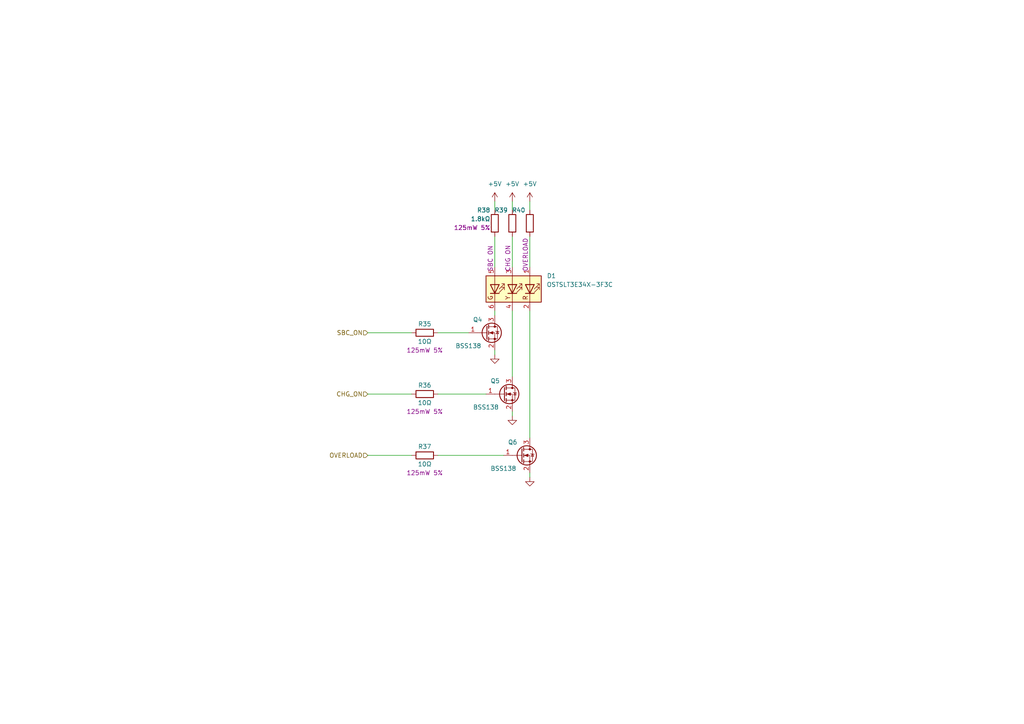
<source format=kicad_sch>
(kicad_sch (version 20231120) (generator "eeschema") (generator_version "8.0")
  (paper "A4")
  (lib_symbols
    (symbol "Device:R" (pin_numbers hide) (pin_names (offset 0))
      (property "Reference" "R" (at 2.032 0 90))
      (property "Value" "R" (at 0 0 90))
      (symbol "R_0_1"
        (rectangle (start -1.016 -2.54) (end 1.016 2.54) (stroke (width 0.254)))
      )
      (symbol "R_1_1"
        (pin passive line (at 0 3.81 270) (length 1.27) (name "~") (number "1"))
        (pin passive line (at 0 -3.81 90) (length 1.27) (name "~") (number "2"))
      )
    )
    (symbol "Transistor_FET:BSS138" (pin_names hide)
      (property "Reference" "Q" (at 5.08 1.905 0))
      (property "Value" "BSS138" (at 5.08 0 0))
      (symbol "BSS138_0_1"
        (polyline (pts (xy 0.254 0) (xy -2.54 0)))
        (polyline (pts (xy 0.254 1.905) (xy 0.254 -1.905)) (stroke (width 0.254)))
        (polyline (pts (xy 0.762 -1.27) (xy 0.762 -2.286)) (stroke (width 0.254)))
        (polyline (pts (xy 0.762 0.508) (xy 0.762 -0.508)) (stroke (width 0.254)))
        (polyline (pts (xy 0.762 2.286) (xy 0.762 1.27)) (stroke (width 0.254)))
        (polyline (pts (xy 2.54 2.54) (xy 2.54 1.778)))
        (polyline (pts (xy 2.54 -2.54) (xy 2.54 0) (xy 0.762 0)))
        (polyline (pts (xy 0.762 -1.778) (xy 3.302 -1.778) (xy 3.302 1.778) (xy 0.762 1.778)))
        (polyline (pts (xy 1.016 0) (xy 2.032 0.381) (xy 2.032 -0.381) (xy 1.016 0)) (fill (type outline)))
        (polyline (pts (xy 2.794 0.508) (xy 2.921 0.381) (xy 3.683 0.381) (xy 3.81 0.254)))
        (polyline (pts (xy 3.302 0.381) (xy 2.921 -0.254) (xy 3.683 -0.254) (xy 3.302 0.381)))
        (circle (center 1.651 0) (radius 2.794) (stroke (width 0.254)))
        (circle (center 2.54 -1.778) (radius 0.254) (fill (type outline)))
        (circle (center 2.54 1.778) (radius 0.254) (fill (type outline)))
      )
      (symbol "BSS138_1_1"
        (pin input line (at -5.08 0 0) (length 2.54) (name "G") (number "1"))
        (pin passive line (at 2.54 -5.08 90) (length 2.54) (name "S") (number "2"))
        (pin passive line (at 2.54 5.08 270) (length 2.54) (name "D") (number "3"))
      )
    )
    (symbol "extra:LED_RYG" (pin_names (offset 0) hide)
      (property "Reference" "D" (at 1.27 9.398 0))
      (property "Value" "LED_RYG" (at 1.27 -8.89 0))
      (property "Purpose LED1" "LED1" (at 7.62 6.35 0))
      (property "Purpose LED2" "LED2" (at 7.62 1.27 0))
      (property "Purpose LED3" "LED3" (at 7.62 -3.81 0))
      (symbol "LED_RYG_0_1"
        (rectangle (start -2.54 8.382) (end 5.08 -7.62) (stroke (width 0.254)) (fill (type background)))
        (polyline (pts (xy 0 -5.08) (xy -2.54 -5.08)))
        (polyline (pts (xy 0 -5.08) (xy 2.54 -5.08)))
        (polyline (pts (xy 0 -3.81) (xy 0 -6.35)) (stroke (width 0.254)))
        (polyline (pts (xy 0 0) (xy -2.54 0)))
        (polyline (pts (xy 0 1.27) (xy 0 -1.27)) (stroke (width 0.254)))
        (polyline (pts (xy 0 5.08) (xy -2.54 5.08)))
        (polyline (pts (xy 0 5.08) (xy 2.54 5.08)))
        (polyline (pts (xy 0 6.35) (xy 0 3.81)) (stroke (width 0.254)))
        (polyline (pts (xy 2.54 -5.08) (xy 5.08 -5.08)))
        (polyline (pts (xy 2.54 0) (xy 0 0)))
        (polyline (pts (xy 2.54 0) (xy 5.08 0)))
        (polyline (pts (xy 2.54 5.08) (xy 5.08 5.08)))
        (polyline (pts (xy 2.54 -3.81) (xy 2.54 -6.35) (xy 0 -5.08) (xy 2.54 -3.81)) (stroke (width 0.254)))
        (polyline (pts (xy 2.54 1.27) (xy 2.54 -1.27) (xy 0 0) (xy 2.54 1.27)) (stroke (width 0.254)))
        (polyline (pts (xy 2.54 6.35) (xy 2.54 3.81) (xy 0 5.08) (xy 2.54 6.35)) (stroke (width 0.254)))
        (polyline (pts (xy 0.254 -3.81) (xy 1.778 -2.286) (xy 1.016 -2.286) (xy 1.778 -2.286) (xy 1.778 -3.048)))
        (polyline (pts (xy 0.254 1.27) (xy 1.778 2.794) (xy 1.016 2.794) (xy 1.778 2.794) (xy 1.778 2.032)))
        (polyline (pts (xy 0.254 6.35) (xy 1.778 7.874) (xy 1.016 7.874) (xy 1.778 7.874) (xy 1.778 7.112)))
        (polyline (pts (xy 1.27 -3.81) (xy 2.794 -2.286) (xy 2.032 -2.286) (xy 2.794 -2.286) (xy 2.794 -3.048)))
        (polyline (pts (xy 1.27 1.27) (xy 2.794 2.794) (xy 2.032 2.794) (xy 2.794 2.794) (xy 2.794 2.032)))
        (polyline (pts (xy 1.27 6.35) (xy 2.794 7.874) (xy 2.032 7.874) (xy 2.794 7.874) (xy 2.794 7.112)))
        (rectangle (start 2.54 -1.27) (end 2.54 1.27))
        (rectangle (start 2.54 1.27) (end 2.54 1.27))
        (rectangle (start 2.54 3.81) (end 2.54 6.35))
        (rectangle (start 2.54 6.35) (end 2.54 6.35))
      )
      (symbol "LED_RYG_1_0"
        (text "G" (at -1.27 -6.35 0) (effects (font (size 1.27 1.27))))
        (text "R" (at -1.27 3.81 0) (effects (font (size 1.27 1.27))))
        (text "Y" (at -1.27 -1.27 0) (effects (font (size 1.27 1.27))))
      )
      (symbol "LED_RYG_1_1"
        (pin passive line (at 7.62 5.08 180) (length 2.54) (name "RA") (number "1"))
        (pin passive line (at -5.08 5.08 0) (length 2.54) (name "RK") (number "2"))
        (pin passive line (at 7.62 0 180) (length 2.54) (name "YA") (number "3"))
        (pin passive line (at -5.08 0 0) (length 2.54) (name "YK") (number "4"))
        (pin passive line (at 7.62 -5.08 180) (length 2.54) (name "GA") (number "5"))
        (pin passive line (at -5.08 -5.08 0) (length 2.54) (name "GK") (number "6"))
      )
    )
    (symbol "power:+5V" (power) (pin_numbers hide) (pin_names (offset 0) hide)
      (property "Value" "+5V" (at 0 3.556 0))
      (symbol "+5V_0_1"
        (polyline (pts (xy -0.762 1.27) (xy 0 2.54)))
        (polyline (pts (xy 0 0) (xy 0 2.54)))
        (polyline (pts (xy 0 2.54) (xy 0.762 1.27)))
      )
      (symbol "+5V_1_1"
        (pin power_in line (at 0 0 90) (length 0) (name "~") (number "1"))
      )
    )
    (symbol "power:GND" (power) (pin_numbers hide) (pin_names (offset 0) hide)
      (property "Value" "GND" (at 0 -3.81 0))
      (symbol "GND_0_1"
        (polyline (pts (xy 0 0) (xy 0 -1.27) (xy 1.27 -1.27) (xy 0 -2.54) (xy -1.27 -1.27) (xy 0 -1.27)))
      )
      (symbol "GND_1_1"
        (pin power_in line (at 0 0 270) (length 0) (name "~") (number "1"))
      )
    )
  )
  (wire (pts (xy 127 114.3) (xy 140.97 114.3)))
  (wire (pts (xy 148.59 68.58) (xy 148.59 77.47)))
  (wire (pts (xy 153.67 58.42) (xy 153.67 60.96)))
  (wire (pts (xy 106.68 114.3) (xy 119.38 114.3)))
  (wire (pts (xy 143.51 101.6) (xy 143.51 102.87)))
  (wire (pts (xy 127 96.52) (xy 135.89 96.52)))
  (wire (pts (xy 106.68 96.52) (xy 119.38 96.52)))
  (wire (pts (xy 148.59 119.38) (xy 148.59 120.65)))
  (wire (pts (xy 106.68 132.08) (xy 119.38 132.08)))
  (wire (pts (xy 153.67 137.16) (xy 153.67 138.43)))
  (wire (pts (xy 153.67 68.58) (xy 153.67 77.47)))
  (wire (pts (xy 153.67 90.17) (xy 153.67 127)))
  (wire (pts (xy 148.59 58.42) (xy 148.59 60.96)))
  (wire (pts (xy 143.51 68.58) (xy 143.51 77.47)))
  (wire (pts (xy 143.51 58.42) (xy 143.51 60.96)))
  (wire (pts (xy 148.59 90.17) (xy 148.59 109.22)))
  (wire (pts (xy 143.51 90.17) (xy 143.51 91.44)))
  (wire (pts (xy 127 132.08) (xy 146.05 132.08)))
  (hierarchical_label "CHG_ON" (shape input) (at 106.68 114.3 180))
  (hierarchical_label "OVERLOAD" (shape input) (at 106.68 132.08 180))
  (hierarchical_label "SBC_ON" (shape input) (at 106.68 96.52 180))
  (symbol (lib_id "Transistor_FET:BSS138") (at 151.13 132.08 0) (unit 1)
    (property "Reference" "Q6" (at 147.32 128.27 0) (effects (justify left)))
    (property "Value" "BSS138" (at 142.24 135.89 0) (effects (justify left)))
    (property "Footprint" "Package_TO_SOT_SMD:SOT-23" (effects (hide yes)))
    (property "Datasheet" "https://www.onsemi.com/pub/Collateral/BSS138-D.PDF" (effects (hide yes)))
    (property "Shop" "https://store.comet.bg/Catalogue/Product/46986/" (effects (hide yes)))
    (property "LCSC" "C7420339" (effects (hide yes)))
    (property "Part" "BSS138" (effects (hide yes)))
  )
  (symbol (lib_id "Device:R") (at 123.19 96.52 90) (unit 1)
    (property "Reference" "R35" (at 123.19 93.98 90))
    (property "Value" "10Ω" (at 123.19 99.06 90))
    (property "Footprint" "Resistor_SMD:R_0805_2012Metric" (effects (hide yes)))
    (property "Info" "125mW 5%" (at 123.19 101.6 90))
    (property "Shop" "https://store.comet.bg/Catalogue/Product/29580/" (effects (hide yes)))
    (property "LCSC" "C17415" (effects (hide yes)))
    (property "Part" "R 10Ω 125mW 5% 0805" (effects (hide yes)))
  )
  (symbol (lib_id "Device:R") (at 123.19 132.08 90) (unit 1)
    (property "Reference" "R37" (at 123.19 129.54 90))
    (property "Value" "10Ω" (at 123.19 134.62 90))
    (property "Footprint" "Resistor_SMD:R_0805_2012Metric" (effects (hide yes)))
    (property "Info" "125mW 5%" (at 123.19 137.16 90))
    (property "Shop" "https://store.comet.bg/Catalogue/Product/29580/" (effects (hide yes)))
    (property "LCSC" "C17415" (effects (hide yes)))
    (property "Part" "R 10Ω 125mW 5% 0805" (effects (hide yes)))
  )
  (symbol (lib_id "extra:LED_RYG") (at 148.59 85.09 270) (mirror x) (unit 1)
    (property "Reference" "D1" (at 161.29 80.01 90) (effects (justify right)))
    (property "Value" "OSTSLT3E34X-3F3C" (at 177.8 82.55 90) (effects (justify right)))
    (property "Footprint" "extra:OSTSLT3E34X-3F3C" (effects (hide yes)))
    (property "Purpose LED1" "SBC ON" (at 142.24 78.74 0) (effects (justify left)))
    (property "Purpose LED2" "CHG ON" (at 147.32 78.74 0) (effects (justify left)))
    (property "Purpose LED3" "OVERLOAD" (at 152.4 78.74 0) (effects (justify left)))
    (property "Shop" "https://www.tme.eu/en/details/ostslt3e34x-3f3c/led-pcb-indicators/optosupply/" (effects (hide yes)))
    (property "Part" "OSTSLT3E34X-3F3C" (effects (hide yes)))
  )
  (symbol (lib_id "power:+5V") (at 143.51 58.42 0) (mirror y) (unit 1)
    (property "Reference" "#PWR060" (effects (hide yes)))
    (property "Value" "+5V" (at 143.51 53.34 0))
  )
  (symbol (lib_id "Device:R") (at 153.67 64.77 0) (mirror x) (unit 1)
    (property "Reference" "R40" (at 152.4 60.96 0) (effects (justify right)))
    (property "Value" "1.8kΩ" (effects (hide yes)))
    (property "Footprint" "Resistor_SMD:R_0805_2012Metric" (effects (hide yes)))
    (property "Info" "125mW 5%" (effects (hide yes)))
    (property "Shop" "https://store.comet.bg/Catalogue/Product/3637/" (effects (hide yes)))
    (property "LCSC" "C17398" (effects (hide yes)))
    (property "Part" "R 1.8kΩ 125mW 5% 0805" (effects (hide yes)))
  )
  (symbol (lib_id "power:GND") (at 153.67 138.43 0) (unit 1)
    (property "Reference" "#PWR065" (effects (hide yes)))
    (property "Value" "GND" (effects (hide yes)))
  )
  (symbol (lib_id "power:+5V") (at 148.59 58.42 0) (mirror y) (unit 1)
    (property "Reference" "#PWR062" (effects (hide yes)))
    (property "Value" "+5V" (at 148.59 53.34 0))
  )
  (symbol (lib_id "Device:R") (at 148.59 64.77 0) (mirror x) (unit 1)
    (property "Reference" "R39" (at 147.32 60.96 0) (effects (justify right)))
    (property "Value" "1.8kΩ" (effects (hide yes)))
    (property "Footprint" "Resistor_SMD:R_0805_2012Metric" (effects (hide yes)))
    (property "Info" "125mW 5%" (effects (hide yes)))
    (property "Shop" "https://store.comet.bg/Catalogue/Product/3637/" (effects (hide yes)))
    (property "LCSC" "C17398" (effects (hide yes)))
    (property "Part" "R 1.8kΩ 125mW 5% 0805" (effects (hide yes)))
  )
  (symbol (lib_id "power:+5V") (at 153.67 58.42 0) (mirror y) (unit 1)
    (property "Reference" "#PWR064" (effects (hide yes)))
    (property "Value" "+5V" (at 153.67 53.34 0))
  )
  (symbol (lib_id "power:GND") (at 143.51 102.87 0) (unit 1)
    (property "Reference" "#PWR061" (effects (hide yes)))
    (property "Value" "GND" (effects (hide yes)))
  )
  (symbol (lib_id "Device:R") (at 123.19 114.3 90) (unit 1)
    (property "Reference" "R36" (at 123.19 111.76 90))
    (property "Value" "10Ω" (at 123.19 116.84 90))
    (property "Footprint" "Resistor_SMD:R_0805_2012Metric" (effects (hide yes)))
    (property "Info" "125mW 5%" (at 123.19 119.38 90))
    (property "Shop" "https://store.comet.bg/Catalogue/Product/29580/" (effects (hide yes)))
    (property "LCSC" "C17415" (effects (hide yes)))
    (property "Part" "R 10Ω 125mW 5% 0805" (effects (hide yes)))
  )
  (symbol (lib_id "power:GND") (at 148.59 120.65 0) (unit 1)
    (property "Reference" "#PWR063" (effects (hide yes)))
    (property "Value" "GND" (effects (hide yes)))
  )
  (symbol (lib_id "Transistor_FET:BSS138") (at 140.97 96.52 0) (unit 1)
    (property "Reference" "Q4" (at 137.16 92.71 0) (effects (justify left)))
    (property "Value" "BSS138" (at 132.08 100.33 0) (effects (justify left)))
    (property "Footprint" "Package_TO_SOT_SMD:SOT-23" (effects (hide yes)))
    (property "Datasheet" "https://www.onsemi.com/pub/Collateral/BSS138-D.PDF" (effects (hide yes)))
    (property "Shop" "https://store.comet.bg/Catalogue/Product/46986/" (effects (hide yes)))
    (property "LCSC" "C7420339" (effects (hide yes)))
    (property "Part" "BSS138" (effects (hide yes)))
  )
  (symbol (lib_id "Device:R") (at 143.51 64.77 0) (mirror x) (unit 1)
    (property "Reference" "R38" (at 142.24 60.96 0) (effects (justify right)))
    (property "Value" "1.8kΩ" (at 142.24 63.5 0) (effects (justify right)))
    (property "Footprint" "Resistor_SMD:R_0805_2012Metric" (effects (hide yes)))
    (property "Info" "125mW 5%" (at 142.24 66.04 0) (effects (justify right)))
    (property "Shop" "https://store.comet.bg/Catalogue/Product/3637/" (effects (hide yes)))
    (property "LCSC" "C17398" (effects (hide yes)))
    (property "Part" "R 1.8kΩ 125mW 5% 0805" (effects (hide yes)))
  )
  (symbol (lib_id "Transistor_FET:BSS138") (at 146.05 114.3 0) (unit 1)
    (property "Reference" "Q5" (at 142.24 110.49 0) (effects (justify left)))
    (property "Value" "BSS138" (at 137.16 118.11 0) (effects (justify left)))
    (property "Footprint" "Package_TO_SOT_SMD:SOT-23" (effects (hide yes)))
    (property "Datasheet" "https://www.onsemi.com/pub/Collateral/BSS138-D.PDF" (effects (hide yes)))
    (property "Shop" "https://store.comet.bg/Catalogue/Product/46986/" (effects (hide yes)))
    (property "LCSC" "C7420339" (effects (hide yes)))
    (property "Part" "BSS138" (effects (hide yes)))
  )
)
</source>
